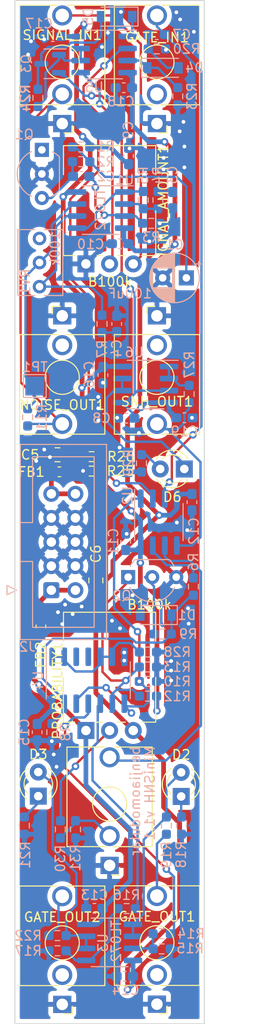
<source format=kicad_pcb>
(kicad_pcb (version 20211014) (generator pcbnew)
  (title_block (title "MiniSNH") (date "2023-06-07") (rev "V1.1") (company "benjiaomodular"))
  (layers (0 "F.Cu" signal) (31 "B.Cu" signal) (34 "B.Paste" user) (35 "F.Paste" user) (36 "B.SilkS" user "B.Silkscreen") (37 "F.SilkS" user "F.Silkscreen") (38 "B.Mask" user) (39 "F.Mask" user) (44 "Edge.Cuts" user))
  (net 0 "")
  (net 1 "GND")
  (net 2 "Net-(C1-Pad1)")
  (net 3 "Net-(C2-Pad1)")
  (net 4 "Net-(C2-Pad2)")
  (net 5 "Net-(C3-Pad2)")
  (net 6 "Net-(C4-Pad2)")
  (net 7 "+12V")
  (net 8 "-12V")
  (net 9 "Net-(D1-Pad1)")
  (net 10 "GATE_OUT1")
  (net 11 "Net-(D2-Pad1)")
  (net 12 "Net-(D3-Pad1)")
  (net 13 "Net-(D3-Pad2)")
  (net 14 "SNH_OUTPUT")
  (net 15 "NOISE_OUTPUT")
  (net 16 "GATE_OUT2")
  (net 17 "Net-(D6-Pad1)")
  (net 18 "Net-(FB1-Pad1)")
  (net 19 "GATE_IN")
  (net 20 "Net-(D2-Pad2)")
  (net 21 "Net-(FB2-Pad1)")
  (net 22 "Net-(D4-Pad1)")
  (net 24 "Net-(Q3-Pad1)")
  (net 25 "Net-(D6-Pad2)")
  (net 26 "VREF")
  (net 27 "Net-(R6-Pad1)")
  (net 28 "Net-(D5-Pad1)")
  (net 29 "Net-(D5-Pad2)")
  (net 30 "WHITE_NOISE")
  (net 34 "Net-(R4-Pad1)")
  (net 35 "Net-(R5-Pad1)")
  (net 36 "Net-(R14-Pad2)")
  (net 37 "Net-(PROB_IN1-PadT)")
  (net 38 "Net-(Q2-Pad2)")
  (net 39 "Net-(R7-Pad1)")
  (net 40 "Net-(R10-Pad2)")
  (net 41 "Net-(R16-Pad1)")
  (net 43 "Net-(R16-Pad2)")
  (net 44 "Net-(SIGNAL_AMOUNT1-Pad2)")
  (net 45 "Net-(R27-Pad1)")
  (net 46 "Net-(R28-Pad2)")
  (net 47 "Net-(PROBABILITY1-Pad2)")
  (net 49 "Net-(SIGNAL_AMOUNT1-Pad3)")
  (net 50 "Net-(Q2-Pad1)")
  (net 51 "Net-(R14-Pad1)")
  (net 54 "Net-(C8-Pad1)")
  (net 55 "Net-(C7-Pad2)")
  (net 57 "Net-(PROB_IN1-PadTN)")
  (footprint "Resistor_SMD:R_0603_1608Metric_Pad0.98x0.95mm_HandSolder" (layer "F.Cu") (at 143.1 111.725)
    (fp_text reference "R25")
    (fp_text value "33k")
  )
  (footprint "benjiaomodular:AudioJack_3.5mm" (layer "F.Cu") (at 150 95.35)
    (fp_text reference "SNH_OUT1")
    (fp_text value "PJ-3001F" hide)
  )
  (footprint "Capacitor_SMD:C_0805_2012Metric_Pad1.18x1.45mm_HandSolder" (layer "F.Cu") (at 139.5 110 180)
    (fp_text reference "C5")
    (fp_text value "47uF")
  )
  (footprint "LED_THT:LED_D3.0mm" (layer "F.Cu") (at 152.88875 111.5 180)
    (fp_text reference "D6")
    (fp_text value "LED_Dual_Bidirectional")
  )
  (footprint "benjiaomodular:AudioJack_3.5mm" (layer "F.Cu") (at 150 75.08 180)
    (fp_text reference "GATE_IN1")
    (fp_text value "PJ-3001F" hide)
  )
  (footprint "LED_THT:LED_D3.0mm" (layer "F.Cu") (at 137.47 145.995 90)
    (fp_text reference "D3")
    (fp_text value "LED")
  )
  (footprint "benjiaomodular:Potentiometer_RV09_NoBracket" (layer "F.Cu") (at 142.5 139.075 90)
    (fp_text reference "PROBABILITY1")
    (fp_text value "B100k")
  )
  (footprint "LED_THT:LED_D3.0mm" (layer "F.Cu") (at 152.56 146.03 90)
    (fp_text reference "D2")
    (fp_text value "LED")
  )
  (footprint "benjiaomodular:AudioJack_3.5mm" (layer "F.Cu") (at 145 153.3 180)
    (fp_text reference "PROB_IN1" hide)
    (fp_text value "PJ-3001F" hide)
  )
  (footprint "Capacitor_SMD:C_0603_1608Metric_Pad1.08x0.95mm_HandSolder" (layer "F.Cu") (at 139.7 111.8)
    (fp_text reference "FB1")
    (fp_text value "742792664")
  )
  (footprint "Capacitor_SMD:C_0805_2012Metric_Pad1.18x1.45mm_HandSolder" (layer "F.Cu") (at 143.55 123.25 -90)
    (fp_text reference "C6")
    (fp_text value "47uF")
  )
  (footprint "benjiaomodular:AudioJack_3.5mm" (layer "F.Cu") (at 140 167.95 180)
    (fp_text reference "GATE_OUT2")
    (fp_text value "PJ-3001F" hide)
  )
  (footprint "benjiaomodular:AudioJack_3.5mm" (layer "F.Cu") (at 140 75.08 180)
    (fp_text reference "SIGNAL_IN1")
    (fp_text value "PJ-3001F" hide)
  )
  (footprint "Resistor_SMD:R_0603_1608Metric_Pad0.98x0.95mm_HandSolder" (layer "F.Cu") (at 143.1 110.2 180)
    (fp_text reference "R26")
    (fp_text value "100k")
  )
  (footprint "benjiaomodular:AudioJack_3.5mm" (layer "F.Cu") (at 140 95.35)
    (fp_text reference "NOISE_OUT1")
    (fp_text value "PJ-3001F" hide)
  )
  (footprint "Capacitor_SMD:C_0603_1608Metric_Pad1.08x0.95mm_HandSolder" (layer "F.Cu") (at 137.75 128.1 -90)
    (fp_text reference "FB2")
    (fp_text value "742792664")
  )
  (footprint "benjiaomodular:Potentiometer_RV09_NoBracket" (layer "F.Cu") (at 142.5 89.875 90)
    (fp_text reference "SIGNAL_AMOUNT1")
    (fp_text value "B100k")
  )
  (footprint "benjiaomodular:AudioJack_3.5mm" (layer "F.Cu") (at 150 167.93 180)
    (fp_text reference "GATE_OUT1")
    (fp_text value "PJ-3001F" hide)
  )
  (footprint "Capacitor_SMD:C_0603_1608Metric_Pad1.08x0.95mm_HandSolder" (layer "B.Cu") (at 139 65.9)
    (fp_text reference "C17")
    (fp_text value "100nF")
  )
  (footprint "Capacitor_SMD:C_0603_1608Metric_Pad1.08x0.95mm_HandSolder" (layer "B.Cu") (at 145.75 96.2 -90)
    (fp_text reference "C4")
    (fp_text value "220nF")
  )
  (footprint "Resistor_SMD:R_0603_1608Metric_Pad0.98x0.95mm_HandSolder" (layer "B.Cu") (at 139.5 160.7 180)
    (fp_text reference "R22")
    (fp_text value "1k")
  )
  (footprint "Capacitor_SMD:C_0603_1608Metric_Pad1.08x0.95mm_HandSolder" (layer "B.Cu") (at 142 80.65)
    (fp_text reference "C2")
    (fp_text value "10nF")
  )
  (footprint "Resistor_SMD:R_0603_1608Metric_Pad0.98x0.95mm_HandSolder" (layer "B.Cu") (at 149.05 132.375 180)
    (fp_text reference "R13")
    (fp_text value "10k")
  )
  (footprint "Capacitor_SMD:C_0603_1608Metric_Pad1.08x0.95mm_HandSolder" (layer "B.Cu") (at 144.3 101.6 90)
    (fp_text reference "C16")
    (fp_text value "100nF")
  )
  (footprint "Package_SO:SOIC-8_3.9x4.9mm_P1.27mm" (layer "B.Cu") (at 144.05 84.2 180)
    (fp_text reference "U1")
    (fp_text value "TL072")
  )
  (footprint "Package_SO:SOIC-8_3.9x4.9mm_P1.27mm" (layer "B.Cu") (at 145 161.415 180)
    (fp_text reference "U3")
    (fp_text value "TL072")
  )
  (footprint "Resistor_SMD:R_0603_1608Metric_Pad0.98x0.95mm_HandSolder" (layer "B.Cu") (at 149.05 133.9 180)
    (fp_text reference "R10")
    (fp_text value "10k")
  )
  (footprint "Connector_IDC:IDC-Header_2x05_P2.54mm_Vertical" (layer "B.Cu") (at 138.8475 124.28)
    (fp_text reference "J2")
    (fp_text value "IDC_2x05")
  )
  (footprint "Capacitor_SMD:C_0603_1608Metric_Pad1.08x0.95mm_HandSolder" (layer "B.Cu") (at 146.7 119.175 -90)
    (fp_text reference "C11")
    (fp_text value "100nF")
  )
  (footprint "Resistor_SMD:R_0603_1608Metric_Pad0.98x0.95mm_HandSolder" (layer "B.Cu") (at 150.1 83.15 90)
    (fp_text reference "R4")
    (fp_text value "2.2k")
  )
  (footprint "Resistor_SMD:R_0603_1608Metric_Pad0.98x0.95mm_HandSolder" (layer "B.Cu") (at 150.51 162.1 180)
    (fp_text reference "R15")
    (fp_text value "10k")
  )
  (footprint "Package_SO:SOIC-14_3.9x8.7mm_P1.27mm" (layer "B.Cu") (at 142.75 133.775 -90)
    (fp_text reference "U4")
    (fp_text value "4081")
  )
  (footprint "Resistor_SMD:R_0603_1608Metric_Pad0.98x0.95mm_HandSolder" (layer "B.Cu") (at 152.2 72.2 -90)
    (fp_text reference "R23")
    (fp_text value "100k")
  )
  (footprint "Capacitor_SMD:C_0603_1608Metric_Pad1.08x0.95mm_HandSolder" (layer "B.Cu") (at 146.6 165 180)
    (fp_text reference "C14")
    (fp_text value "100nF")
  )
  (footprint "Diode_SMD:D_SOD-123" (layer "B.Cu") (at 145.75 63.8 180)
    (fp_text reference "D5")
    (fp_text value "1N4148W")
  )
  (footprint "Resistor_SMD:R_0603_1608Metric_Pad0.98x0.95mm_HandSolder" (layer "B.Cu") (at 138.9 139.25 90)
    (fp_text reference "R8")
    (fp_text value "10k")
  )
  (footprint "Resistor_SMD:R_0603_1608Metric_Pad0.98x0.95mm_HandSolder" (layer "B.Cu") (at 151 149.1 -90)
    (fp_text reference "R19")
    (fp_text value "1k")
  )
  (footprint "Resistor_SMD:R_0603_1608Metric_Pad0.98x0.95mm_HandSolder" (layer "B.Cu") (at 139.8 149.5 90)
    (fp_text reference "R30")
    (fp_text value "10k")
  )
  (footprint "Capacitor_SMD:C_0603_1608Metric_Pad1.08x0.95mm_HandSolder" (layer "B.Cu") (at 152.9 106.1)
    (fp_text reference "C19")
    (fp_text value "100nF")
  )
  (footprint "Diode_SMD:D_SOD-123" (layer "B.Cu") (at 149.9 126.9 180)
    (fp_text reference "D1")
    (fp_text value "1N4148W")
  )
  (footprint "Capacitor_SMD:C_0603_1608Metric_Pad1.08x0.95mm_HandSolder" (layer "B.Cu") (at 137.35 139.25 90)
    (fp_text reference "C15")
    (fp_text value "100nF")
  )
  (footprint "Package_TO_SOT_SMD:SOT-23" (layer "B.Cu") (at 138.725 68.775 180)
    (fp_text reference "Q3")
    (fp_text value "MMBFJ113")
  )
  (footprint "Capacitor_SMD:C_0603_1608Metric_Pad1.08x0.95mm_HandSolder" (layer "B.Cu") (at 151.65 83.15 90)
    (fp_text reference "C3")
    (fp_text value "220nF")
  )
  (footprint "benjiaomodular:Capacitor_Radial_D5.0mm_P2.5mm" (layer "B.Cu") (at 153.105113 91.35 180)
    (fp_text reference "C1")
    (fp_text value "100uF")
  )
  (footprint "Resistor_SMD:R_0603_1608Metric_Pad0.98x0.95mm_HandSolder" (layer "B.Cu") (at 153.4 103.6 -90)
    (fp_text reference "R27")
    (fp_text value "1k")
  )
  (footprint "Resistor_SMD:R_0603_1608Metric_Pad0.98x0.95mm_HandSolder" (layer "B.Cu") (at 142 79.1 180)
    (fp_text reference "R2")
    (fp_text value "100k")
  )
  (footprint "Package_SO:SOIC-8_3.9x4.9mm_P1.27mm" (layer "B.Cu") (at 144.425 67.8 180)
    (fp_text reference "U5")
    (fp_text value "TL072")
  )
  (footprint "Resistor_SMD:R_0603_1608Metric_Pad0.98x0.95mm_HandSolder" (layer "B.Cu") (at 150.5 160.5 180)
    (fp_text reference "R14")
    (fp_text value "10k")
  )
  (footprint "Resistor_SMD:R_0603_1608Metric_Pad0.98x0.95mm_HandSolder" (layer "B.Cu") (at 149.9875 67.2)
    (fp_text reference "R20")
    (fp_text value "100k")
  )
  (footprint "Resistor_SMD:R_0603_1608Metric_Pad0.98x0.95mm_HandSolder" (layer "B.Cu") (at 148.36375 110.9 90)
    (fp_text reference "R29")
    (fp_text value "1k")
  )
  (footprint "Resistor_SMD:R_0603_1608Metric_Pad0.98x0.95mm_HandSolder" (layer "B.Cu") (at 150.6 128.9)
    (fp_text reference "R9")
    (fp_text value "10k")
  )
  (footprint "Capacitor_SMD:C_0603_1608Metric_Pad1.08x0.95mm_HandSolder" (layer "B.Cu") (at 146.75 106.15 180)
    (fp_text reference "C8")
    (fp_text value "100nF")
  )
  (footprint "TestPoint:TestPoint_Pad_2.0x2.0mm" (layer "B.Cu") (at 137.1 102.75 180)
    (fp_text reference "TP1")
    (fp_text value "TP_10Vpp")
  )
  (footprint "Resistor_SMD:R_0603_1608Metric_Pad0.98x0.95mm_HandSolder" (layer "B.Cu") (at 148.55 83.15 -90)
    (fp_text reference "R5")
    (fp_text value "100k")
  )
  (footprint "Capacitor_SMD:C_0603_1608Metric_Pad1.08x0.95mm_HandSolder" (layer "B.Cu") (at 153.7 115 -90)
    (fp_text reference "C12")
    (fp_text value "100nF")
  )
  (footprint "Capacitor_SMD:C_0603_1608Metric_Pad1.08x0.95mm_HandSolder" (layer "B.Cu") (at 146.5 71.3 180)
    (fp_text reference "C18")
    (fp_text value "100nF")
  )
  (footprint "Resistor_SMD:R_0603_1608Metric_Pad0.98x0.95mm_HandSolder" (layer "B.Cu") (at 142 77.55 180)
    (fp_text reference "R1")
    (fp_text value "4.7k")
  )
  (footprint "Package_SO:SOIC-8_3.9x4.9mm_P1.27mm" (layer "B.Cu") (at 148.8 102.6 180)
    (fp_text reference "U6")
    (fp_text value "TL072")
  )
  (footprint "Resistor_SMD:R_0603_1608Metric_Pad0.98x0.95mm_HandSolder" (layer "B.Cu") (at 136 149.1 90)
    (fp_text reference "R21")
    (fp_text value "10k")
  )
  (footprint "Package_TO_SOT_THT:TO-92_Inline_Wide" (layer "B.Cu") (at 137.85 77.85 -90)
    (fp_text reference "Q1")
    (fp_text value "BC549")
  )
  (footprint "Resistor_SMD:R_0603_1608Metric_Pad0.98x0.95mm_HandSolder" (layer "B.Cu") (at 149.4 85.6)
    (fp_text reference "R3")
    (fp_text value "100k")
  )
  (footprint "Potentiometer_THT:Potentiometer_Bourns_3266Y_Vertical" (layer "B.Cu") (at 137.6 92.275 -90)
    (fp_text reference "RV1")
    (fp_text value "100k")
  )
  (footprint "Resistor_SMD:R_0603_1608Metric_Pad0.98x0.95mm_HandSolder" (layer "B.Cu") (at 144.2 96.2 -90)
    (fp_text reference "R7")
    (fp_text value "2.2k")
  )
  (footprint "Resistor_SMD:R_0603_1608Metric_Pad0.98x0.95mm_HandSolder" (layer "B.Cu") (at 146.8 157.85 180)
    (fp_text reference "R16")
    (fp_text value "10k")
  )
  (footprint "Capacitor_SMD:C_0603_1608Metric_Pad1.08x0.95mm_HandSolder" (layer "B.Cu") (at 146.1 87.75 180)
    (fp_text reference "C10")
    (fp_text value "100nF")
  )
  (footprint "Package_TO_SOT_THT:TO-92_Inline_Wide" (layer "B.Cu") (at 146.96 122.9)
    (fp_text reference "Q2")
    (fp_text value "BC549")
  )
  (footprint "Capacitor_SMD:C_0603_1608Metric_Pad1.08x0.95mm_HandSolder" (layer "B.Cu") (at 147 78.5 -90)
    (fp_text reference "C9")
    (fp_text value "100nF")
  )
  (footprint "Resistor_SMD:R_0603_1608Metric_Pad0.98x0.95mm_HandSolder" (layer "B.Cu") (at 139.5 162.3)
    (fp_text reference "R17")
    (fp_text value "10k")
  )
  (footprint "Resistor_SMD:R_0603_1608Metric_Pad0.98x0.95mm_HandSolder" (layer "B.Cu") (at 137.432 72.368 90)
    (fp_text reference "R24")
    (fp_text value "1M")
  )
  (footprint "Resistor_SMD:R_0603_1608Metric_Pad0.98x0.95mm_HandSolder" (layer "B.Cu") (at 141.4 149.5 -90)
    (fp_text reference "R31")
    (fp_text value "10k")
  )
  (footprint "Resistor_SMD:R_0603_1608Metric_Pad0.98x0.95mm_HandSolder" (layer "B.Cu") (at 149.05 130.8 180)
    (fp_text reference "R28")
    (fp_text value "10k")
  )
  (footprint "Resistor_SMD:R_0603_1608Metric_Pad0.98x0.95mm_HandSolder" (layer "B.Cu") (at 136.35 106.05 -90)
    (fp_text reference "R11")
    (fp_text value "1k")
  )
  (footprint "Resistor_SMD:R_0603_1608Metric_Pad0.98x0.95mm_HandSolder" (layer "B.Cu") (at 153.85 123.9 -90)
    (fp_text reference "R6")
    (fp_text value "1k")
  )
  (footprint "Diode_SMD:D_SOD-123" (layer "B.Cu") (at 150.625 69.2)
    (fp_text reference "D4")
    (fp_text value "1N4148W")
  )
  (footprint "Capacitor_SMD:C_0603_1608Metric_Pad1.08x0.95mm_HandSolder" (layer "B.Cu") (at 149.9875 65.7 180)
    (fp_text reference "C7")
    (fp_text value "10nF")
  )
  (footprint "Package_SO:SOIC-8_3.9x4.9mm_P1.27mm" (layer "B.Cu") (at 150.2 117.1 -90)
    (fp_text reference "U2")
    (fp_text value "TL072")
  )
  (footprint "Resistor_SMD:R_0603_1608Metric_Pad0.98x0.95mm_HandSolder" (layer "B.Cu") (at 152.6 149.1 90)
    (fp_text reference "R18")
    (fp_text value "10k")
  )
  (footprint "Resistor_SMD:R_0603_1608Metric_Pad0.98x0.95mm_HandSolder" (layer "B.Cu") (at 149.05 135.45)
    (fp_text reference "R12")
    (fp_text value "1k")
  )
  (footprint "Capacitor_SMD:C_0603_1608Metric_Pad1.08x0.95mm_HandSolder" (layer "B.Cu") (at 143.4 157.825)
    (fp_text reference "C13")
    (fp_text value "100nF")
  )
  (gr_line (start 155 62.1) (end 155 170) (layer "Edge.Cuts") (width 0.1))
  (gr_line (start 155 170) (end 135 170) (layer "Edge.Cuts") (width 0.1))
  (gr_line (start 135 170) (end 135 62.1) (layer "Edge.Cuts") (width 0.1))
  (gr_line (start 135 62.1) (end 155 62.1) (layer "Edge.Cuts") (width 0.1))
  (gr_text "MiniSNH v1.1" (at 149.25 145.7 90) (layer "B.SilkS") (effects (font (size 1 1)) (justify mirror)))
  (gr_text "benjiaomodular" (at 147.7 146.5 90) (layer "B.SilkS") (effects (font (size 1 1)) (justify mirror)))
  (via (at 146.55 130.85) (size 0.8) (drill 0.4) (layers "F.Cu" "B.Cu") (net 1))
  (via (at 140 127.85) (size 0.8) (drill 0.4) (layers "F.Cu" "B.Cu") (net 1))
  (via (at 153.2 117.95) (size 0.8) (drill 0.4) (layers "F.Cu" "B.Cu") (net 1))
  (via (at 152.4 75.9) (size 0.8) (drill 0.4) (layers "F.Cu" "B.Cu") (net 1))
  (via (at 150.4 87) (size 0.8) (drill 0.4) (layers "F.Cu" "B.Cu") (net 1))
  (via (at 151.5 132.75) (size 0.8) (drill 0.4) (layers "F.Cu" "B.Cu") (net 1))
  (via (at 142.2 111.7) (size 0.8) (drill 0.4) (layers "F.Cu" "B.Cu") (net 1))
  (via (at 143.8 106.4) (size 0.8) (drill 0.4) (layers "F.Cu" "B.Cu") (net 1))
  (via (at 150.7 78.7) (size 0.8) (drill 0.4) (layers "F.Cu" "B.Cu") (net 1))
  (via (at 138.7 110.25) (size 0.8) (drill 0.4) (layers "F.Cu" "B.Cu") (net 1))
  (via (at 139.1 141.6) (size 0.8) (drill 0.4) (layers "F.Cu" "B.Cu") (net 1))
  (via (at 143.8 105.1) (size 0.8) (drill 0.4) (layers "F.Cu" "B.Cu") (net 1))
  (via (at 138.9 140.2) (size 0.8) (drill 0.4) (layers "F.Cu" "B.Cu") (net 1))
  (via (at 137.4 141.6) (size 0.8) (drill 0.4) (layers "F.Cu" "B.Cu") (net 1))
  (via (at 147.2 76.4) (size 0.8) (drill 0.4) (layers "F.Cu" "B.Cu") (net 1))
  (via (at 146.0505 109.246135) (size 0.8) (drill 0.4) (layers "F.Cu" "B.Cu") (net 1))
  (via (at 147.429321 124.819401) (size 0.8) (drill 0.4) (layers "F.Cu" "B.Cu") (net 1))
  (via (at 151.5 133.8) (size 0.8) (drill 0.4) (layers "F.Cu" "B.Cu") (net 1))
  (via (at 141.1 126.8) (size 0.8) (drill 0.4) (layers "F.Cu" "B.Cu") (net 1))
  (via (at 139.4 142.9) (size 0.8) (drill 0.4) (layers "F.Cu" "B.Cu") (net 1))
  (via (at 150.95 67.3) (size 0.8) (drill 0.4) (layers "F.Cu" "B.Cu") (net 1))
  (via (at 142.05 126) (size 0.8) (drill 0.4) (layers "F.Cu" "B.Cu") (net 1))
  (via (at 146.55 131.7) (size 0.8) (drill 0.4) (layers "F.Cu" "B.Cu") (net 1))
  (via (at 146.8005 118.338363) (size 0.8) (drill 0.4) (layers "F.Cu" "B.Cu") (net 1))
  (via (at 144.2 67) (size 0.8) (drill 0.4) (layers "F.Cu" "B.Cu") (net 1))
  (via (at 152.1 117.15) (size 0.8) (drill 0.4) (layers "F.Cu" "B.Cu") (net 1))
  (via (at 150.3 85.6) (size 0.8) (drill 0.4) (layers "F.Cu" "B.Cu") (net 1))
  (via (at 152.9 77.5) (size 0.8) (drill 0.4) (layers "F.Cu" "B.Cu") (net 1))
  (via (at 150.7 79.9) (size 0.8) (drill 0.4) (layers "F.Cu" "B.Cu") (net 1))
  (via (at 143.8 103.9) (size 0.8) (drill 0.4) (layers "F.Cu" "B.Cu") (net 1))
  (via (at 152.9 79.7) (size 0.8) (drill 0.4) (layers "F.Cu" "B.Cu") (net 1))
  (via (at 144.3 102.4) (size 0.8) (drill 0.4) (layers "F.Cu" "B.Cu") (net 1))
  (via (at 136.4 67.8) (size 0.8) (drill 0.4) (layers "F.Cu" "B.Cu") (net 1))
  (via (at 144.8245 65.502473) (size 0.8) (drill 0.4) (layers "F.Cu" "B.Cu") (net 1))
  (via (at 140.3 125.8) (size 0.8) (drill 0.4) (layers "F.Cu" "B.Cu") (net 1))
  (via (at 149.2 87.5) (size 0.8) (drill 0.4) (layers "F.Cu" "B.Cu") (net 1))
  (via (at 151.5 131.75) (size 0.8) (drill 0.4) (layers "F.Cu" "B.Cu") (net 1))
  (via (at 153.348882 127.805446) (size 0.8) (drill 0.4) (layers "F.Cu" "B.Cu") (net 1))
  (via (at 138.1 109.45) (size 0.8) (drill 0.4) (layers "F.Cu" "B.Cu") (net 1))
  (via (at 145.25 127.5) (size 0.8) (drill 0.4) (layers "F.Cu" "B.Cu") (net 1))
  (via (at 152.05 63.35) (size 0.8) (drill 0.4) (layers "F.Cu" "B.Cu") (net 1))
  (via (at 136.7 66.4) (size 0.8) (drill 0.4) (layers "F.Cu" "B.Cu") (net 1))
  (via (at 153.7 106.1) (size 0.8) (drill 0.4) (layers "F.Cu" "B.Cu") (net 1))
  (via (at 138.1 66.2) (size 0.8) (drill 0.4) (layers "F.Cu" "B.Cu") (net 1))
  (via (at 137.25 110.65) (size 0.8) (drill 0.4) (layers "F.Cu" "B.Cu") (net 1))
  (via (at 145.8 106.1) (size 0.8) (drill 0.4) (layers "F.Cu" "B.Cu") (net 1))
  (via (at 153.9 65.4) (size 0.8) (drill 0.4) (layers "F.Cu" "B.Cu") (net 1))
  (via (at 146.2 63.3) (size 0.8) (drill 0.4) (layers "F.Cu" "B.Cu") (net 1))
  (via (at 146.1 128.3) (size 0.8) (drill 0.4) (layers "F.Cu" "B.Cu") (net 1))
  (via (at 152.8 74.9) (size 0.8) (drill 0.4) (layers "F.Cu" "B.Cu") (net 1))
  (via (at 147.1 77.7) (size 0.8) (drill 0.4) (layers "F.Cu" "B.Cu") (net 1))
  (via (at 153.287299 126.187299) (size 0.8) (drill 0.4) (layers "F.Cu" "B.Cu") (net 1))
  (via (at 152.45 64.1) (size 0.8) (drill 0.4) (layers "F.Cu" "B.Cu") (net 1))
  (via (at 139.55 126.6) (size 0.8) (drill 0.4) (layers "F.Cu" "B.Cu") (net 1))
  (via (at 148.100788 107.700588) (size 0.8) (drill 0.4) (layers "F.Cu" "B.Cu") (net 1))
  (segment (start 144.625 87.75) (end 142.5 89.875) (width 0.5) (layer "B.Cu") (net 1))
  (segment (start 145.2375 87.75) (end 144.625 87.75) (width 0.5) (layer "B.Cu") (net 1))
  (segment (start 141.0875 77.55) (end 141.3625 77.55) (width 0.25) (layer "B.Cu") (net 2))
  (segment (start 141.3625 77.55) (end 142.9125 79.1) (width 0.25) (layer "B.Cu") (net 2))
  (segment (start 153.1 91.344887) (end 153.105113 91.35) (width 0.25) (layer "B.Cu") (net 2))
  (segment (start 144.5125 80.7) (end 152.1 80.7) (width 0.25) (layer "B.Cu") (net 2))
  (segment (start 153.1 81.7) (end 153.1 91.344887) (width 0.25) (layer "B.Cu") (net 2))
  (segment (start 142.9125 79.1) (end 144.5125 80.7) (width 0.25) (layer "B.Cu") (net 2))
  (segment (start 152.1 80.7) (end 153.1 81.7) (width 0.25) (layer "B.Cu") (net 2))
  (segment (start 141.1375 80.65) (end 138.8575 82.93) (width 0.25) (layer "B.Cu") (net 3))
  (segment (start 138.8575 82.93) (end 137.85 82.93) (width 0.25) (layer "B.Cu") (net 3))
  (segment (start 141.0875 80.6) (end 141.1375 80.65) (width 0.25) (layer "B.Cu") (net 3))
  (segment (start 141.0875 79.1) (end 141.0875 80.6) (width 0.25) (layer "B.Cu") (net 3))
  (segment (start 143.5 81.8) (end 143.5 83.786511) (width 0.25) (layer "F.Cu") (net 4))
  (segment (start 143.5 83.786511) (end 144.4495 84.736011) (width 0.25) (layer "F.Cu") (net 4))
  (via (at 144.4495 84.736011) (size 0.8) (drill 0.4) (layers "F.Cu" "B.Cu") (net 4))
  (via (at 143.5 81.8) (size 0.8) (drill 0.4) (layers "F.Cu" "B.Cu") (net 4))
  (segment (start 143.5 81.2875) (end 142.8625 80.65) (width 0.25) (layer "B.Cu") (net 4))
  (segment (start 146.04926 84.736011) (end 144.4495 84.736011) (width 0.25) (layer "B.Cu") (net 4))
  (segment (start 147.7475 84.835) (end 148.55 85.6375) (width 0.25) (layer "B.Cu") (net 4))
  (segment (start 143.5 81.8) (end 143.5 81.2875) (width 0.25) (layer "B.Cu") (net 4))
  (segment (start 146.525 84.835) (end 146.148249 84.835) (width 0.25) (layer "B.Cu") (net 4))
  (segment (start 146.148249 84.835) (end 146.04926 84.736011) (width 0.25) (layer "B.Cu") (net 4))
  (segment (start 146.525 84.835) (end 147.7475 84.835) (width 0.25) (layer "B.Cu") (net 4))
  (segment (start 150.1 82.2375) (end 151.6 82.2375) (width 0.25) (layer "B.Cu") (net 5))
  (segment (start 151.6 82.2375) (end 151.65 82.2875) (width 0.25) (layer "B.Cu") (net 5))
  (segment (start 144.2 97.1125) (end 145.7 97.1125) (width 0.25) (layer "B.Cu") (net 6))
  (segment (start 142.5 139.075) (end 137.660939 134.235939) (width 0.5) (layer "F.Cu") (net 7))
  (segment (start 142.1 102.962) (end 142.0755 102.9375) (width 0.5) (layer "F.Cu") (net 7))
  (segment (start 141.515 75.815) (end 141.515 65.385) (width 0.5) (layer "F.Cu") (net 7))
  (segment (start 138.9375 108.4) (end 137.3 108.4) (width 0.5) (layer "F.Cu") (net 7))
  (segment (start 150 126.35) (end 148.25 124.6) (width 0.5) (layer "F.Cu") (net 7))
  (segment (start 140.5375 110) (end 141.9875 110) (width 0.5) (layer "F.Cu") (net 7))
  (segment (start 140.5375 110) (end 138.9375 108.4) (width 0.5) (layer "F.Cu") (net 7))
  (segment (start 140.1 82.8) (end 142.95 79.95) (width 0.5) (layer "F.Cu") (net 7))
  (segment (start 141.9875 110) (end 142.1875 110.2) (width 0.5) (layer "F.Cu") (net 7))
  (segment (start 142.95 77.25) (end 142.15 76.45) (width 0.5) (layer "F.Cu") (net 7))
  (segment (start 142.1 102.913) (end 142.0755 102.9375) (width 0.5) (layer "F.Cu") (net 7))
  (segment (start 140.5375 110) (end 140.5375 111.775) (width 0.5) (layer "F.Cu") (net 7))
  (segment (start 141.515 65.385) (end 142.3 64.6) (width 0.5) (layer "F.Cu") (net 7))
  (segment (start 142.1 110.1125) (end 142.1 102.962) (width 0.5) (layer "F.Cu") (net 7))
  (segment (start 147.275 115.925) (end 147.3 115.925) (width 0.5) (layer "F.Cu") (net 7))
  (segment (start 150 137) (end 150 126.35) (width 0.5) (layer "F.Cu") (net 7))
  (segment (start 148.25 124.6) (end 148.25 121.4) (width 0.5) (layer "F.Cu") (net 7))
  (segment (start 142.95 79.95) (end 142.95 77.25) (width 0.5) (layer "F.Cu") (net 7))
  (segment (start 140.1 91.462468) (end 142.1 93.462468) (width 0.5) (layer "F.Cu") (net 7))
  (segment (start 144.15 112.8) (end 147.275 115.925) (width 0.5) (layer "F.Cu") (net 7))
  (segment (start 136.3 109.4) (end 136.3 132.987848) (width 0.5) (layer "F.Cu") (net 7))
  (segment (start 140.5625 111.8) (end 141.5625 112.8) (width 0.5) (layer "F.Cu") (net 7))
  (segment (start 141.5625 112.8) (end 144.15 112.8) (width 0.5) (layer "F.Cu") (net 7))
  (segment (start 137.660939 134.235939) (end 137.548091 134.235939) (width 0.5) (layer "F.Cu") (net 7))
  (segment (start 142.1875 110.2) (end 142.1 110.1125) (width 0.5) (layer "F.Cu") (net 7))
  (segment (start 140.5375 111.775) (end 140.5625 111.8) (width 0.5) (layer "F.Cu") (net 7))
  (segment (start 142.1 93.462468) (end 142.1 102.913) (width 0.5) (layer "F.Cu") (net 7))
  (segment (start 142.15 76.45) (end 141.515 75.815) (width 0.5) (layer "F.Cu") (net 7))
  (segment (start 140.1 82.8) (end 140.1 91.462468) (width 0.5) (layer "F.Cu") (net 7))
  (segment (start 137.3 108.4) (end 136.3 109.4) (width 0.5) (layer "F.Cu") (net 7))
  (segment (start 136.3 132.987848) (end 137.548091 134.235939) (width 0.5) (layer "F.Cu") (net 7))
  (via (at 148.25 121.4) (size 0.8) (drill 0.4) (layers "F.Cu" "B.Cu") (net 7))
  (via (at 142.15 76.45) (size 0.8) (drill 0.4) (layers "F.Cu" "B.Cu") (net 7))
  (via (at 147.3 115.925) (size 0.8) (drill 0.4) (layers "F.Cu" "B.Cu") (net 7))
  (via (at 137.548091 134.235939) (size 0.8) (drill 0.4) (layers "F.Cu" "B.Cu") (net 7))
  (via (at 142.3 64.6) (size 0.8) (drill 0.4) (layers "F.Cu" "B.Cu") (net 7))
  (via (at 150 137) (size 0.8) (drill 0.4) (layers "F.Cu" "B.Cu") (net 7))
  (via (at 140.1 82.8) (size 0.8) (drill 0.4) (layers "F.Cu" "B.Cu") (net 7))
  (via (at 142.0755 102.9375) (size 0.8) (drill 0.4) (layers "F.Cu" "B.Cu") (net 7))
  (segment (start 147.8325 120.0375) (end 148.275 119.595) (width 0.5) (layer "B.Cu") (net 7))
  (segment (start 142.5 139.075) (end 142.5 144.85) (width 0.5) (layer "B.Cu") (net 7))
  (segment (start 138.94 136.25) (end 137.548091 134.858091) (width 0.5) (layer "B.Cu") (net 7))
  (segment (start 142.9125 77.2125) (end 142.15 76.45) (width 0.5) (layer "B.Cu") (net 7))
  (segment (start 138.94 136.7975) (end 137.35 138.3875) (width 0.5) (layer "B.Cu") (net 7))
  (segment (start 146.8625 79.3625) (end 147 79.3625) (width 0.5) (layer "B.Cu") (net 7))
  (segment (start 146.7 120.0375) (end 147.8325 120.0375) (width 0.5) (layer "B.Cu") (net 7))
  (segment (start 139.8675 65.895) (end 141.95 65.895) (width 0.5) (layer "B.Cu") (net 7))
  (segment (start 147.2 154.8875) (end 144.2625 157.825) (width 0.5) (layer "B.Cu") (net 7))
  (segment (start 144.3 100.7375) (end 142.1 102.9375) (width 0.5) (layer "B.Cu") (net 7))
  (segment (start 142.5 144.85) (end 147.2 149.55) (width 0.5) (layer "B.Cu") (net 7))
  (segment (start 149.9625 136.9625) (end 150 137) (width 0.5) (layer "B.Cu") (net 7))
  (segment (start 138.94 136.25) (end 138.94 136.7975) (width 0.5) (layer "B.Cu") (net 7))
  (segment (start 147.2 149.55) (end 147.2 154.8875) (width 0.5) (layer "B.Cu") (net 7))
  (segment (start 148.25 121.4) (end 148.25 119.62) (width 0.5) (layer "B.Cu") (net 7))
  (segment (start 140.605 82.295) (end 141.575 82.295) (width 0.5) (layer "B.Cu") (net 7))
  (segment (start 142.1 102.9375) (end 142.0755 102.9375) (width 0.5) (layer "B.Cu") (net 7))
  (segment (start 140.1 82.8) (end 140.605 82.295) (width 0.5) (layer "B.Cu") (net 7))
  (segment (start 149.9625 135.45) (end 149.9625 136.9625) (width 0.5) (layer "B.Cu") (net 7))
  (segment (start 148.275 119.595) (end 148.275 116.9) (width 0.5) (layer "B.Cu") (net 7))
  (segment (start 142.9125 77.55) (end 145.05 77.55) (width 0.5) (layer "B.Cu") (net 7))
  (segment (start 144.2625 158.9375) (end 144.2625 157.825) (width 0.5) (layer "B.Cu") (net 7))
  (segment (start 148.25 119.62) (end 148.295 119.575) (width 0.5) (layer "B.Cu") (net 7))
  (segment (start 147.8325 120.0375) (end 148.295 119.575) (width 0.5) (layer "B.Cu") (net 7))
  (segment (start 143.69 159.51) (end 142.525 159.51) (width 0.5) (layer "B.Cu") (net 7))
  (segment (start 144.3425 100.695) (end 144.3 100.7375) (width 0.5) (layer "B.Cu") (net 7))
  (segment (start 142.9125 77.55) (end 142.9125 77.2125) (width 0.5) (layer "B.Cu") (net 7))
  (segment (start 139.8625 65.9) (end 139.8675 65.895) (width 0.5) (layer "B.Cu") (net 7))
  (segment (start 137.548091 134.858091) (end 137.548091 134.235939) (width 0.5) (layer "B.Cu") (net 7))
  (segment (start 146.325 100.695) (end 144.3425 100.695) (width 0.5) (layer "B.Cu") (net 7))
  (segment (start 144.2625 158.9375) (end 143.69 159.51) (width 0.5) (layer "B.Cu") (net 7))
  (segment (start 142.3 65.545) (end 141.95 65.895) (width 0.5) (layer "B.Cu") (net 7))
  (segment (start 142.3 64.6) (end 142.3 65.545) (width 0.5) (layer "B.Cu") (net 7))
  (segment (start 148.275 116.9) (end 147.3 115.925) (width 0.5) (layer "B.Cu") (net 7))
  (segment (start 145.05 77.55) (end 146.8625 79.3625) (width 0.5) (layer "B.Cu") (net 7))
  (segment (start 151.9 78.1) (end 150.8 77) (width 0.5) (layer "F.Cu") (net 8))
  (segment (start 146.9 164) (end 146.9 166.4) (width 0.5) (layer "F.Cu") (net 8))
  (segment (start 152.4 148.85) (end 152.4 158.5) (width 0.5) (layer "F.Cu") (net 8))
  (segment (start 143.55 126.15) (end 143.55 124.2875) (width 0.5) (layer "F.Cu") (net 8))
  (segment (start 145.35 121.2) (end 150.175 116.375) (width 0.5) (layer "F.Cu") (net 8))
  (segment (start 143.55 135.125) (end 147.5 139.075) (width 0.5) (layer "F.Cu") (net 8))
  (segment (start 137.75 128.9625) (end 140.7375 128.9625) (width 0.5) (layer "F.Cu") (net 8))
  (segment (start 146.9 106.4) (end 148.3 105) (width 0.5) (layer "F.Cu") (net 8))
  (segment (start 150.7 147.15) (end 152.4 148.85) (width 0.5) (layer "F.Cu") (net 8))
  (segment (start 148.2 91.5) (end 148.2 104.9) (width 0.5) (layer "F.Cu") (net 8))
  (segment (start 147.5 139.075) (end 150.7 142.275) (width 0.5) (layer "F.Cu") (net 8))
  (segment (start 140.7375 128.9625) (end 143.55 126.15) (width 0.5) (layer "F.Cu") (net 8))
  (segment (start 152.4 158.5) (end 146.9 164) (width 0.5) (layer "F.Cu") (net 8))
  (segment (start 150.7 142.275) (end 150.7 147.15) (width 0.5) (layer "F.Cu") (net 8))
  (segment (start 143.55 124.2875) (end 145.35 122.4875) (width 0.5) (layer "F.Cu") (net 8))
  (segment (start 151.9 87.8) (end 148.2 91.5) (width 0.5) (layer "F.Cu") (net 8))
  (segment (start 151.9 87.8) (end 151.9 78.1) (width 0.5) (layer "F.Cu") (net 8))
  (segment (start 150.175 116.375) (end 150.225 116.375) (width 0.5) (layer "F.Cu") (net 8))
  (segment (start 150.225 116.375) (end 146.9 113.05) (width 0.5) (layer "F.Cu") (net 8))
  (segment (start 146.9 113.05) (end 146.9 106.4) (width 0.5) (layer "F.Cu") (net 8))
  (segment (start 148.2 104.9) (end 148.3 105) (width 0.5) (layer "F.Cu") (net 8))
  (segment (start 143.55 124.2875) (end 143.55 135.125) (width 0.5) (layer "F.Cu") (net 8))
  (segment (start 145.35 122.4875) (end 145.35 121.2) (width 0.5) (layer "F.Cu") (net 8))
  (via (at 150.225 116.375) (size 0.8) (drill 0.4) (layers "F.Cu" "B.Cu") (net 8))
  (via (at 148.3 105) (size 0.8) (drill 0.4) (layers "F.Cu" "B.Cu") (net 8))
  (via (at 146.9 166.4) (size 0.8) (drill 0.4) (layers "F.Cu" "B.Cu") (net 8))
  (via (at 150.8 77) (size 0.8) (drill 0.4) (layers "F.Cu" "B.Cu") (net 8))
  (via (at 151.9 87.8) (size 0.8) (drill 0.4) (layers "F.Cu" "B.Cu") (net 8))
  (segment (start 153.7 114.1375) (end 152.5925 114.1375) (width 0.5) (layer "B.Cu") (net 8))
  (segment (start 152.105 114.625) (end 152.105 115.695) (width 0.5) (layer "B.Cu") (net 8))
  (segment (start 151.275 104.505) (end 148.795 104.505) (width 0.5) (layer "B.Cu") (net 8))
  (segment (start 147.4 75.26) (end 149.14 77) (width 0.5) (layer "B.Cu") (net 8))
  (segment (start 152.5925 114.1375) (end 152.105 114.625) (width 0.5) (layer "B.Cu") (net 8))
  (segment (start 146.9 69.705) (end 147.4 70.205) (width 0.5) (layer "B.Cu") (net 8))
  (segment (start 146.525 86.105) (end 146.525 87.3125) (width 0.5) (layer "B.Cu") (net 8))
  (segment (start 147.475 163.32) (end 147.475 164.9875) (width 0.5) (layer "B.Cu") (net 8))
  (segment (start 152.105 115.695) (end 151.425 116.375) (width 0.5) (layer "B.Cu") (net 8))
  (segment (start 151.275 104.505) (end 151.275 105.3375) (width 0.5) (layer "B.Cu") (net 8))
  (segment (start 147.475 164.9875) (end 147.4625 165) (width 0.5) (layer "B.Cu") (net 8))
  (segment (start 149.14 77) (end 150.8 77) (width 0.5) (layer "B.Cu") (net 8))
  (segment (start 151.425 116.375) (end 150.225 116.375) (width 0.5) (layer "B.Cu") (net 8))
  (segment (start 146.9625 87.75) (end 147.7125 88.5) (width 0.5) (layer "B.Cu") (net 8))
  (segment (start 147.7125 88.5) (end 151.2 88.5) (width 0.5) (layer "B.Cu") (net 8))
  (segment (start 146.525 87.3125) (end 146.9625 87.75) (width 0.5) (layer "B.Cu") (net 8))
  (segment (start 148.795 104.505) (end 148.3 105) (width 0.5) (layer "B.Cu") (net 8))
  (segment (start 151.2 88.5) (end 151.9 87.8) (width 0.5) (layer "B.Cu") (net 8))
  (segment (start 151.275 105.3375) (end 152.0375 106.1) (width 0.5) (layer "B.Cu") (net 8))
  (segment (start 147.4625 165.8375) (end 146.9 166.4) (width 0.5) (layer "B.Cu") (net 8))
  (segment (start 147.4 70.205) (end 147.4 75.26) (width 0.5) (layer "B.Cu") (net 8))
  (segment (start 147.4625 165) (end 147.4625 165.8375) (width 0.5) (layer "B.Cu") (net 8))
  (segment (start 139 129.4) (end 147.37319 129.4) (width 0.25) (layer "B.Cu") (net 9))
  (segment (start 153.85 124.8125) (end 153.6375 124.8125) (width 0.25) (layer "B.Cu") (net 9))
  (segment (start 140.21 137.0275) (end 138.9 138.3375) (width 0.25) (layer "B.Cu") (net 9))
  (segment (start 153.6375 124.8125) (end 151.55 126.9) (width 0.25) (layer "B.Cu") (net 9))
  (segment (start 137.95 133.613249) (end 137.95 130.45) (width 0.25) (layer "B.Cu") (net 9))
  (segment (start 140.21 135.873249) (end 137.95 133.613249) (width 0.25) (layer "B.Cu") (net 9))
  (segment (start 147.37319 129.4) (end 147.77319 129.8) (width 0.25) (layer "B.Cu") (net 9))
  (segment (start 147.77319 129.8) (end 150.6125 129.8) (width 0.25) (layer "B.Cu") (net 9))
  (segment (start 150.6125 129.8) (end 151.5125 128.9) (width 0.25) (layer "B.Cu") (net 9))
  (segment (start 151.55 128.8625) (end 151.5125 128.9) (width 0.25) (layer "B.Cu") (net 9))
  (segment (start 140.21 136.25) (end 140.21 135.873249) (width 0.25) (layer "B.Cu") (net 9))
  (segment (start 151.55 126.9) (end 151.55 128.8625) (width 0.25) (layer "B.Cu") (net 9))
  (segment (start 140.21 136.25) (end 140.21 137.0275) (width 0.25) (layer "B.Cu") (net 9))
  (segment (start 137.95 130.45) (end 139 129.4) (width 0.25) (layer "B.Cu") (net 9))
  (segment (start 150 151.0125) (end 150 156.53) (width 0.25) (layer "B.Cu") (net 10))
  (segment (start 151 150.0125) (end 150 151.0125) (width 0.25) (layer "B.Cu") (net 10))
  (segment (start 152.56 148.1475) (end 152.6 148.1875) (width 0.25) (layer "B.Cu") (net 11))
  (segment (start 152.56 146.03) (end 152.56 148.1475) (width 0.25) (layer "B.Cu") (net 11))
  (segment (start 137.47 146.7175) (end 136 148.1875) (width 0.25) (layer "B.Cu") (net 12))
  (segment (start 137.47 145.995) (end 137.47 146.7175) (width 0.25) (layer "B.Cu") (net 12))
  (segment (start 139 151.584243) (end 141.5 154.084243) (width 0.25) (layer "B.Cu") (net 13))
  (segment (start 137.47 143.455) (end 139 144.6) (width 0.25) (layer "B.Cu") (net 13))
  (segment (start 141.5 154.084243) (end 141.5 157.5) (width 0.25) (layer "B.Cu") (net 13))
  (segment (start 140.4125 158.6125) (end 140.4125 160.7) (width 0.25) (layer "B.Cu") (net 13))
  (segment (start 140.4125 160.7) (end 142.445 160.7) (width 0.25) (layer "B.Cu") (net 13))
  (segment (start 139 144.6) (end 139 151.584243) (width 0.25) (layer "B.Cu") (net 13))
  (segment (start 142.445 160.7) (end 142.525 160.78) (width 0.25) (layer "B.Cu") (net 13))
  (segment (start 142.525 160.78) (end 142.525 162.05) (width 0.25) (layer "B.Cu") (net 13))
  (segment (start 140.4 158.6) (end 140.4125 158.6125) (width 0.25) (layer "B.Cu") (net 13))
  (segment (start 141.5 157.5) (end 140.4 158.6) (width 0.25) (layer "B.Cu") (net 13))
  (segment (start 153.725 119.575) (end 152.105 119.575) (width 0.25) (layer "B.Cu") (net 14))
  (segment (start 154.6 118.7) (end 153.725 119.575) (width 0.25) (layer "B.Cu") (net 14))
  (segment (start 153.4 104.5125) (end 153.4 105.129505) (width 0.25) (layer "B.Cu") (net 14))
  (segment (start 152.9 105.629505) (end 152.9 106.6) (width 0.25) (layer "B.Cu") (net 14))
  (segment (start 151.13875 107.3) (end 154.6 110.76125) (width 0.25) (layer "B.Cu") (net 14))
  (segment (start 154.6 110.76125) (end 154.6 118.7) (width 0.25) (layer "B.Cu") (net 14))
  (segment (start 150.55 107.3) (end 151.13875 107.3) (width 0.25) (layer "B.Cu") (net 14))
  (segment (start 150.55 107.3) (end 150 106.75) (width 0.25) (layer "B.Cu") (net 14))
  (segment (start 152.9 106.6) (end 152.2 107.3) (width 0.25) (layer "B.Cu") (net 14))
  (segment (start 153.4 105.129505) (end 152.9 105.629505) (width 0.25) (layer "B.Cu") (net 14))
  (segment (start 152.2 107.3) (end 150.55 107.3) (width 0.25) (layer "B.Cu") (net 14))
  (segment (start 140 71.98) (end 139.67 71.98) (width 0.25) (layer "F.Cu") (net 15))
  (segment (start 135.6 76.05) (end 135.6 102.35) (width 0.25) (layer "F.Cu") (net 15))
  (segment (start 135.6 102.35) (end 140 106.75) (width 0.25) (layer "F.Cu") (net 15))
  (segment (start 139.67 71.98) (end 135.6 76.05) (width 0.25) (layer "F.Cu") (net 15))
  (segment (start 136.35 106.9625) (end 136.5625 106.75) (width 0.25) (layer "B.Cu") (net 15))
  (segment (start 136.5625 106.75) (end 140 106.75) (width 0.25) (layer "B.Cu") (net 15))
  (segment (start 140 156.55) (end 139.6 156.95) (width 0.25) (layer "B.Cu") (net 16))
  (segment (start 139.6 156.95) (end 139.6 159.6875) (width 0.25) (layer "B.Cu") (net 16))
  (segment (start 139.6 159.6875) (end 138.5875 160.7) (width 0.25) (layer "B.Cu") (net 16))
  (segment (start 144.7 104) (end 144.7 106.517935) (width 0.25) (layer "B.Cu") (net 17))
  (segment (start 146.325 103.235) (end 145.465 103.235) (width 0.25) (layer "B.Cu") (net 17))
  (segment (start 150.500428 108.625428) (end 153.375 111.5) (width 0.25) (layer "B.Cu") (net 17))
  (segment (start 145.465 103.235) (end 144.7 104) (width 0.25) (layer "B.Cu") (net 17))
  (segment (start 146.807493 108.625428) (end 150.500428 108.625428) (width 0.25) (layer "B.Cu") (net 17))
  (segment (start 146.325 101.965) (end 146.325 103.235) (width 0.25) (layer "B.Cu") (net 17))
  (segment (start 144.7 106.517935) (end 146.807493 108.625428) (width 0.25) (layer "B.Cu") (net 17))
  (segment (start 141.3875 114.12) (end 138.8475 114.12) (width 0.5) (layer "F.Cu") (net 18))
  (segment (start 138.8475 114.12) (end 138.8475 111.81) (width 0.5) (layer "F.Cu") (net 18))
  (segment (start 138.8475 111.81) (end 138.8375 111.8) (width 0.5) (layer "F.Cu") (net 18))
  (segment (start 151.57375 112.62625) (end 151.57375 110.12625) (width 0.25) (layer "F.Cu") (net 19))
  (segment (start 151.57375 110.12625) (end 153.8 107.9) (width 0.25) (layer "F.Cu") (net 19))
  (segment (start 151.325 112.875) (end 151.57375 112.62625) (width 0.25) (layer "F.Cu") (net 19))
  (via (at 151.325 112.875) (size 0.8) (drill 0.4) (layers "F.Cu" "B.Cu") (net 19))
  (via (at 153.8 107.9) (size 0.8) (drill 0.4) (layers "F.Cu" "B.Cu") (net 19))
  (segment (start 150 64.85) (end 150.85 65.7) (width 0.25) (layer "B.Cu") (net 19))
  (segment (start 154.7 69.55) (end 154.7 107) (width 0.25) (layer "B.Cu") (net 19))
  (segment (start 150.85 65.7) (end 154.7 69.55) (width 0.25) (layer "B.Cu") (net 19))
  (segment (start 150 63.68) (end 150 64.85) (width 0.25) (layer "B.Cu") (net 19))
  (segment (start 150.835 113.365) (end 151.325 112.875) (width 0.25) (layer "B.Cu") (net 19))
  (segment (start 154.7 107) (end 153.8 107.9) (width 0.25) (layer "B.Cu") (net 19))
  (segment (start 150.835 114.625) (end 150.835 113.365) (width 0.25) (layer "B.Cu") (net 19))
  (segment (start 151 148.1875) (end 148.6 150.5875) (width 0.25) (layer "B.Cu") (net 20))
  (segment (start 148.6 158.3925) (end 147.4825 159.51) (width 0.25) (layer "B.Cu") (net 20))
  (segment (start 147.475 159.51) (end 147.475 160.78) (width 0.25) (layer "B.Cu") (net 20))
  (segment (start 151 148.1875) (end 151 145.05) (width 0.25) (layer "B.Cu") (net 20))
  (segment (start 147.4825 159.51) (end 147.475 159.51) (width 0.25) (layer "B.Cu") (net 20))
  (segment (start 151 145.05) (end 152.56 143.49) (width 0.25) (layer "B.Cu") (net 20))
  (segment (start 148.6 150.5875) (end 148.6 158.3925) (width 0.25) (layer "B.Cu") (net 20))
  (segment (start 137.75 127.2375) (end 137.75 125.3775) (width 0.5) (layer "F.Cu") (net 21))
  (segment (start 141.3875 124.28) (end 138.8475 124.28) (width 0.5) (layer "F.Cu") (net 21))
  (segment (start 137.75 125.3775) (end 138.8475 124.28) (width 0.5) (layer "F.Cu") (net 21))
  (segment (start 146.9 68.435) (end 148.21 68.435) (width 0.25) (layer "B.Cu") (net 22))
  (segment (start 150.0875 69.2) (end 152.1375 71.25) (width 0.25) (layer "B.Cu") (net 22))
  (segment (start 148.975 69.2) (end 150.0875 69.2) (width 0.25) (layer "B.Cu") (net 22))
  (segment (start 148.21 68.435) (end 148.975 69.2) (width 0.25) (layer "B.Cu") (net 22))
  (segment (start 141.95 67.165) (end 141.95 68.435) (width 0.25) (layer "B.Cu") (net 24))
  (segment (start 141.95 68.435) (end 140.2725 68.435) (width 0.25) (layer "B.Cu") (net 24))
  (segment (start 138.232 72.4805) (end 137.432 73.2805) (width 0.25) (layer "B.Cu") (net 24))
  (segment (start 140.2725 68.435) (end 139.6625 67.825) (width 0.25) (layer "B.Cu") (net 24))
  (segment (start 138.232 69.739751) (end 138.232 72.4805) (width 0.25) (layer "B.Cu") (net 24))
  (segment (start 139.6625 68.309251) (end 138.232 69.739751) (width 0.25) (layer "B.Cu") (net 24))
  (segment (start 139.6625 67.825) (end 139.6625 68.309251) (width 0.25) (layer "B.Cu") (net 24))
  (segment (start 148.83625 109.9875) (end 150.34875 111.5) (width 0.25) (layer "B.Cu") (net 25))
  (segment (start 148.36375 109.9875) (end 148.83625 109.9875) (width 0.25) (layer "B.Cu") (net 25))
  (segment (start 144.475 111.725) (end 145.7255 112.9755) (width 0.25) (layer "F.Cu") (net 26))
  (segment (start 143.8 74.05) (end 142.25 72.5) (width 0.25) (layer "F.Cu") (net 26))
  (segment (start 140.85 83.05) (end 143.8 80.1) (width 0.25) (layer "F.Cu") (net 26))
  (segment (start 142.8 108.9875) (end 142.8 93.35) (width 0.25) (layer "F.Cu") (net 26))
  (segment (start 140.85 91.4) (end 140.85 83.05) (width 0.25) (layer "F.Cu") (net 26))
  (segment (start 145.7255 112.9755) (end 145.7255 113) (width 0.25) (layer "F.Cu") (net 26))
  (segment (start 143.8 80.1) (end 143.8 74.05) (width 0.25) (layer "F.Cu") (net 26))
  (segment (start 142.25 72.5) (end 142.25 71.15) (width 0.25) (layer "F.Cu") (net 26))
  (segment (start 142.8 93.35) (end 140.85 91.4) (width 0.25) (layer "F.Cu") (net 26))
  (segment (start 144.0125 110.2) (end 144.0125 111.725) (width 0.25) (layer "F.Cu") (net 26))
  (segment (start 144.0125 110.2) (end 142.8 108.9875) (width 0.25) (layer "F.Cu") (net 26))
  (segment (start 144.0125 111.725) (end 144.475 111.725) (width 0.25) (layer "F.Cu") (net 26))
  (segment (start 142.25 71.15) (end 144.4 69) (width 0.25) (layer "F.Cu") (net 26))
  (via (at 144.4 69) (size 0.8) (drill 0.4) (layers "F.Cu" "B.Cu") (net 26))
  (via (at 145.7255 113) (size 0.8) (drill 0.4) (layers "F.Cu" "B.Cu") (net 26))
  (segment (start 149.565 114.625) (end 149.565 114.248249) (width 0.25) (layer "B.Cu") (net 26))
  (segment (start 148.316751 113) (end 145.7255 113) (width 0.25) (layer "B.Cu") (net 26))
  (segment (start 146.235 67.165) (end 146.9 67.165) (width 0.25) (layer "B.Cu") (net 26))
  (segment (start 144.4 69) (end 146.235 67.165) (width 0.25) (layer "B.Cu") (net 26))
  (segment (start 149.565 114.248249) (end 148.316751 113) (width 0.25) (layer "B.Cu") (net 26))
  (segment (start 153.85 122.16069) (end 153.85 122.9875) (width 0.25) (layer "B.Cu") (net 27))
  (segment (start 153.338811 121.649501) (end 153.85 122.16069) (width 0.25) (layer "B.Cu") (net 27))
  (segment (start 149.565 120.158375) (end 151.056126 121.649501) (width 0.25) (layer "B.Cu") (net 27))
  (segment (start 149.565 119.575) (end 149.565 120.158375) (width 0.25) (layer "B.Cu") (net 27))
  (segment (start 151.056126 121.649501) (end 153.338811 121.649501) (width 0.25) (layer "B.Cu") (net 27))
  (segment (start 147.4 63.8) (end 147.4 65.395) (width 0.25) (layer "B.Cu") (net 28))
  (segment (start 147.4 65.395) (end 146.9 65.895) (width 0.25) (layer "B.Cu") (net 28))
  (segment (start 140.468249 67) (end 140.928249 66.54) (width 0.25) (layer "B.Cu") (net 29))
  (segment (start 137.7875 68.775) (end 137.432 69.1305) (width 0.25) (layer "B.Cu") (net 29))
  (segment (start 137.432 69.1305) (end 137.432 71.4555) (width 0.25) (layer "B.Cu") (net 29))
  (segment (start 137.7875 68.775) (end 137.7875 67.7125) (width 0.25) (layer "B.Cu") (net 29))
  (segment (start 137.7875 67.7125) (end 138.5 67) (width 0.25) (layer "B.Cu") (net 29))
  (segment (start 138.5 67) (end 140.468249 67) (width 0.25) (layer "B.Cu") (net 29))
  (segment (start 144.1 65.9) (end 144.1 63.8) (width 0.25) (layer "B.Cu") (net 29))
  (segment (start 140.928249 66.54) (end 143.46 66.54) (width 0.25) (layer "B.Cu") (net 29))
  (segment (start 143.46 66.54) (end 144.1 65.9) (width 0.25) (layer "B.Cu") (net 29))
  (segment (start 136.125499 101.775499) (end 137.1 102.75) (width 0.25) (layer "B.Cu") (net 30))
  (segment (start 136.125499 91.209501) (end 136.125499 101.775499) (width 0.25) (layer "B.Cu") (net 30))
  (segment (start 137.1 104.3875) (end 136.35 105.1375) (width 0.25) (layer "B.Cu") (net 30))
  (segment (start 137.1 102.75) (end 137.1 104.3875) (width 0.25) (layer "B.Cu") (net 30))
  (segment (start 141.575 83.565) (end 141.09931 83.565) (width 0.25) (layer "B.Cu") (net 30))
  (segment (start 141.09931 83.565) (end 138.900499 85.763811) (width 0.25) (layer "B.Cu") (net 30))
  (segment (start 138.900499 88.434501) (end 136.125499 91.209501) (width 0.25) (layer "B.Cu") (net 30))
  (segment (start 138.900499 85.763811) (end 138.900499 88.434501) (width 0.25) (layer "B.Cu") (net 30))
  (segment (start 146.525 83.565) (end 148.0525 83.565) (width 0.25) (layer "B.Cu") (net 34))
  (segment (start 148.0525 83.565) (end 148.55 84.0625) (width 0.25) (layer "B.Cu") (net 34))
  (segment (start 150.1 84.0625) (end 148.55 84.0625) (width 0.25) (layer "B.Cu") (net 34))
  (segment (start 148.55 82.2375) (end 146.5825 82.2375) (width 0.25) (layer "B.Cu") (net 35))
  (segment (start 146.525 82.295) (end 145.755902 82.295) (width 0.25) (layer "B.Cu") (net 35))
  (segment (start 142.645902 86.105) (end 141.575 86.105) (width 0.25) (layer "B.Cu") (net 35))
  (segment (start 143.551 84.499902) (end 143.551 85.199902) (width 0.25) (layer "B.Cu") (net 35))
  (segment (start 146.5825 82.2375) (end 146.525 82.295) (width 0.25) (layer "B.Cu") (net 35))
  (segment (start 143.551 85.199902) (end 142.645902 86.105) (width 0.25) (layer "B.Cu") (net 35))
  (segment (start 145.755902 82.295) (end 143.551 84.499902) (width 0.25) (layer "B.Cu") (net 35))
  (segment (start 149.5875 162.09) (end 149.5975 162.1) (width 0.25) (layer "B.Cu") (net 36))
  (segment (start 149.5475 162.05) (end 149.5975 162.1) (width 0.25) (layer "B.Cu") (net 36))
  (segment (start 149.5875 160.5) (end 149.5875 162.09) (width 0.25) (layer "B.Cu") (net 36))
  (segment (start 147.475 162.05) (end 149.5475 162.05) (width 0.25) (layer "B.Cu") (net 36))
  (segment (start 150.835 120.735) (end 150.835 119.575) (width 0.25) (layer "B.Cu") (net 37))
  (segment (start 145 141.9) (end 145.35 142.25) (width 0.25) (layer "B.Cu") (net 37))
  (segment (start 154.65 138.55) (end 154.65 122.325) (width 0.25) (layer "B.Cu") (net 37))
  (segment (start 153.525 121.2) (end 151.3 121.2) (width 0.25) (layer "B.Cu") (net 37))
  (segment (start 150.95 142.25) (end 154.65 138.55) (width 0.25) (layer "B.Cu") (net 37))
  (segment (start 151.3 121.2) (end 150.835 120.735) (width 0.25) (layer "B.Cu") (net 37))
  (segment (start 154.65 122.325) (end 153.525 121.2) (width 0.25) (layer "B.Cu") (net 37))
  (segment (start 145.35 142.25) (end 150.95 142.25) (width 0.25) (layer "B.Cu") (net 37))
  (segment (start 149.6875 123.8625) (end 148.725 122.9) (width 0.25) (layer "B.Cu") (net 38))
  (segment (start 149.6875 128.9) (end 149.6875 123.8625) (width 0.25) (layer "B.Cu") (net 38))
  (segment (start 140.465 84.835) (end 141.575 84.835) (width 0.25) (layer "B.Cu") (net 39))
  (segment (start 144.2 95.2875) (end 144.2 93.4) (width 0.25) (layer "B.Cu") (net 39))
  (segment (start 144.2 93.4) (end 143.075 92.275) (width 0.25) (layer "B.Cu") (net 39))
  (segment (start 137.6 92.275) (end 139.35 90.525) (width 0.25) (layer "B.Cu") (net 39))
  (segment (start 139.35 90.525) (end 139.35 85.95) (width 0.25) (layer "B.Cu") (net 39))
  (segment (start 143.075 92.275) (end 137.6 92.275) (width 0.25) (layer "B.Cu") (net 39))
  (segment (start 139.35 85.95) (end 140.465 84.835) (width 0.25) (layer "B.Cu") (net 39))
  (segment (start 144.63 134.56) (end 147.3 137.23) (width 0.25) (layer "F.Cu") (net 40))
  (segment (start 148.14375 128.84375) (end 148.14375 133.89375) (width 0.25) (layer "F.Cu") (net 40))
  (segment (start 147.95 128.65) (end 148.14375 128.84375) (width 0.25) (layer "F.Cu") (net 40))
  (segment (start 147.3 137.23) (end 147.31 137.23) (width 0.25) (layer "F.Cu") (net 40))
  (via (at 147.95 128.65) (size 0.8) (drill 0.4) (layers "F.Cu" "B.Cu") (net 40))
  (via (at 148.14375 133.89375) (size 0.8) (drill 0.4) (layers "F.Cu" "B.Cu") (net 40))
  (via (at 144.63 134.56) (size 0.8) (drill 0.4) (layers "F.Cu" "B.Cu") (net 40))
  (via (at 147.31 137.23) (size 0.8) (drill 0.4) (layers "F.Cu" "B.Cu") (net 40))
  (segment (start 146.84 136.53) (end 146.56 136.25) (width 0.25) (layer "B.Cu") (net 40))
  (segment (start 146.56 136.48) (end 147.31 137.23) (width 0.25) (layer "B.Cu") (net 40))
  (segment (start 148.61 136.53) (end 146.84 136.53) (width 0.25) (layer "B.Cu") (net 40))
  (segment (start 147.55 114.625) (end 148.295 114.625) (width 0.25) (layer "B.Cu") (net 40))
  (segment (start 145.475 116.7) (end 147.55 114.625) (width 0.25) (layer "B.Cu") (net 40))
  (segment (start 148.1375 133.9) (end 148.14375 133.89375) (width 0.25) (layer "B.Cu") (net 40))
  (segment (start 148.1375 133.9) (end 149.04 134.8025) (width 0.25) (layer "B.Cu") (net 40))
  (segment (start 149.04 134.8025) (end 149.04 136.1) (width 0.25) (layer "B.Cu") (net 40))
  (segment (start 145.475 126.175) (end 145.475 116.7) (width 0.25) (layer "B.Cu") (net 40))
  (segment (start 141.48 136.25) (end 141.48 135.873249) (width 0.25) (layer "B.Cu") (net 40))
  (segment (start 141.48 135.873249) (end 142.793249 134.56) (width 0.25) (layer "B.Cu") (net 40))
  (segment (start 149.04 136.1) (end 148.61 136.53) (width 0.25) (layer "B.Cu") (net 40))
  (segment (start 147.95 128.65) (end 145.475 126.175) (width 0.25) (layer "B.Cu") (net 40))
  (segment (start 142.793249 134.56) (end 144.63 134.56) (width 0.25) (layer "B.Cu") (net 40))
  (segment (start 146.56 136.25) (end 146.56 136.48) (width 0.25) (layer "B.Cu") (net 40))
  (segment (start 143.2 140.85) (end 143.2 144.35) (width 0.25) (layer "B.Cu") (net 41))
  (segment (start 143.2 144.35) (end 147.95 149.1) (width 0.25) (layer "B.Cu") (net 41))
  (segment (start 143.75 140.3) (end 143.2 140.85) (width 0.25) (layer "B.Cu") (net 41))
  (segment (start 147.95 149.1) (end 147.95 157.6125) (width 0.25) (layer "B.Cu") (net 41))
  (segment (start 143.75 136.52) (end 143.75 140.3) (width 0.25) (layer "B.Cu") (net 41))
  (segment (start 144.02 136.25) (end 143.75 136.52) (width 0.25) (layer "B.Cu") (net 41))
  (segment (start 147.95 157.6125) (end 147.7125 157.85) (width 0.25) (layer "B.Cu") (net 41))
  (segment (start 145 158.8375) (end 145 161.221751) (width 0.25) (layer "B.Cu") (net 43))
  (segment (start 141.4325 163.32) (end 142.525 163.32) (width 0.25) (layer "B.Cu") (net 43))
  (segment (start 142.901751 163.32) (end 142.525 163.32) (width 0.25) (layer "B.Cu") (net 43))
  (segment (start 145 161.221751) (end 142.901751 163.32) (width 0.25) (layer "B.Cu") (net 43))
  (segment (start 145.9875 157.85) (end 145 158.8375) (width 0.25) (layer "B.Cu") (net 43))
  (segment (start 140.4125 162.3) (end 141.4325 163.32) (width 0.25) (layer "B.Cu") (net 43))
  (segment (start 145.3 74.35) (end 143.95 73) (width 0.25) (layer "F.Cu") (net 44))
  (segment (start 145.3 89.575) (end 145.3 74.35) (width 0.25) (layer "F.Cu") (net 44))
  (segment (start 145 89.875) (end 145.3 89.575) (width 0.25) (layer "F.Cu") (net 44))
  (via (at 143.95 73) (size 0.8) (drill 0.4) (layers "F.Cu" "B.Cu") (net 44))
  (segment (start 141.95 69.705) (end 142.055 69.705) (width 0.25) (layer "B.Cu") (net 44))
  (segment (start 143.95 71.6) (end 143.95 73) (width 0.25) (layer "B.Cu") (net 44))
  (segment (start 142.055 69.705) (end 143.95 71.6) (width 0.25) (layer "B.Cu") (net 44))
  (segment (start 151.665 101.965) (end 152.3875 102.6875) (width 0.25) (layer "B.Cu") (net 45))
  (segment (start 152.3875 102.6875) (end 153.4 102.6875) (width 0.25) (layer "B.Cu") (net 45))
  (segment (start 151.275 100.695) (end 151.275 101.965) (width 0.25) (layer "B.Cu") (net 45))
  (segment (start 151.275 101.965) (end 151.665 101.965) (width 0.25) (layer "B.Cu") (net 45))
  (segment (start 143.24 132.85) (end 144.02 132.07) (width 0.25) (layer "B.Cu") (net 46))
  (segment (start 140.21 131.3) (end 138.94 131.3) (width 0.25) (layer "B.Cu") (net 46))
  (segment (start 141.383249 132.85) (end 143.24 132.85) (width 0.25) (layer "B.Cu") (net 46))
  (segment (start 147.187001 129.849501) (end 148.1375 130.8) (width 0.25) (layer "B.Cu") (net 46))
  (segment (start 144.02 132.07) (end 144.02 131.3) (width 0.25) (layer "B.Cu") (net 46))
  (segment (start 145.950499 129.849501) (end 147.187001 129.849501) (width 0.25) (layer "B.Cu") (net 46))
  (segment (start 140.21 131.3) (end 140.21 131.676751) (width 0.25) (layer "B.Cu") (net 46))
  (segment (start 145.29 130.51) (end 145.950499 129.849501) (width 0.25) (layer "B.Cu") (net 46))
  (segment (start 145.29 131.3) (end 144.02 131.3) (width 0.25) (layer "B.Cu") (net 46))
  (segment (start 145.29 131.3) (end 145.29 130.51) (width 0.25) (layer "B.Cu") (net 46))
  (segment (start 140.21 131.676751) (end 141.383249 132.85) (width 0.25) (layer "B.Cu") (net 46))
  (segment (start 141.4 142.675) (end 141.4 142.85) (width 0.25) (layer "F.Cu") (net 47))
  (segment (start 145 139.075) (end 141.4 142.675) (width 0.25) (layer "F.Cu") (net 47))
  (via (at 141.4 142.85) (size 0.8) (drill 0.4) (layers "F.Cu" "B.Cu") (net 47))
  (segment (start 139.85 144.4) (end 141.4 142.85) (width 0.25) (layer "B.Cu") (net 47))
  (segment (start 139.85 148.5375) (end 139.8 148.5875) (width 0.25) (layer "B.Cu") (net 47))
  (segment (start 139.85 144.4) (end 139.85 148.5375) (width 0.25) (layer "B.Cu") (net 47))
  (segment (start 148.3 66.7) (end 145.28 63.68) (width 0.25) (layer "F.Cu") (net 49))
  (segment (start 147.5 89.875) (end 148.3 89.075) (width 0.25) (layer "F.Cu") (net 49))
  (segment (start 148.3 89.075) (end 148.3 66.7) (width 0.25) (layer "F.Cu") (net 49))
  (segment (start 145.28 63.68) (end 140 63.68) (width 0.25) (layer "F.Cu") (net 49))
  (segment (start 146.96 123.39) (end 146.96 122.9) (width 0.25) (layer "F.Cu") (net 50))
  (segment (start 144.25 132.9) (end 144.25 126.1) (width 0.25) (layer "F.Cu") (net 50))
  (segment (start 144.25 126.1) (end 146.96 123.39) (width 0.25) (layer "F.Cu") (net 50))
  (segment (start 145.15625 133.80625) (end 144.25 132.9) (width 0.25) (layer "F.Cu") (net 50))
  (segment (start 146.70625 133.80625) (end 145.15625 133.80625) (width 0.25) (layer "F.Cu") (net 50))
  (via (at 146.70625 133.80625) (size 0.8) (drill 0.4) (layers "F.Cu" "B.Cu") (net 50))
  (segment (start 145.29 135.2225) (end 145.29 136.25) (width 0.25) (layer "B.Cu") (net 50))
  (segment (start 148.1375 135.45) (end 147.4775 134.79) (width 0.25) (layer "B.Cu") (net 50))
  (segment (start 145.77 134.79) (end 145.75 134.77) (width 0.25) (layer "B.Cu") (net 50))
  (segment (start 146.70625 133.80625) (end 145.29 135.2225) (width 0.25) (layer "B.Cu") (net 50))
  (segment (start 148.1375 132.375) (end 146.70625 133.80625) (width 0.25) (layer "B.Cu") (net 50))
  (segment (start 147.4775 134.79) (end 145.77 134.79) (width 0.25) (layer "B.Cu") (net 50))
  (segment (start 151 153.7) (end 140.3 143) (width 0.25) (layer "F.Cu") (net 51))
  (segment (start 140.3 143) (end 140.3 138.599998) (width 0.25) (layer "F.Cu") (net 51))
  (via (at 151 153.7) (size 0.8) (drill 0.4) (layers "F.Cu" "B.Cu") (net 51))
  (via (at 140.3 138.599998) (size 0.8) (drill 0.4) (layers "F.Cu" "B.Cu") (net 51))
  (segment (start 142.35 137.7) (end 141.2 137.7) (width 0.25) (layer "B.Cu") (net 51))
  (segment (start 141.2 137.7) (end 140.3 138.599998) (width 0.25) (layer "B.Cu") (net 51))
  (segment (start 151.8 154.5) (end 151 153.7) (width 0.25) (layer "B.Cu") (net 51))
  (segment (start 142.75 137.3) (end 142.35 137.7) (width 0.25) (layer "B.Cu") (net 51))
  (segment (start 142.75 136.25) (end 142.75 137.3) (width 0.25) (layer "B.Cu") (net 51))
  (segment (start 151.8 160.1125) (end 151.8 154.5) (width 0.25) (layer "B.Cu") (net 51))
  (segment (start 151.4125 160.5) (end 151.8 160.1125) (width 0.25) (layer "B.Cu") (net 51))
  (segment (start 144.15 72.15) (end 143.1 72.15) (width 0.25) (layer "F.Cu") (net 54))
  (segment (start 146.275 74.275) (end 144.15 72.15) (width 0.25) (layer "F.Cu") (net 54))
  (segment (start 146.275 91.575) (end 146.275 74.275) (width 0.25) (layer "F.Cu") (net 54))
  (segment (start 147.2 92.5) (end 146.275 91.575) (width 0.25) (layer "F.Cu") (net 54))
  (via (at 143.1 72.15) (size 0.8) (drill 0.4) (layers "F.Cu" "B.Cu") (net 54))
  (via (at 147.2 92.5) (size 0.8) (drill 0.4) (layers "F.Cu" "B.Cu") (net 54))
  (segment (start 146.701751 104.505) (end 147.65 103.556751) (width 0.25) (layer "B.Cu") (net 54))
  (segment (start 147.625 103.581751) (end 146.701751 104.505) (width 0.25) (layer "B.Cu") (net 54))
  (segment (start 147.6125 106.15) (end 147.6125 105.7925) (width 0.25) (layer "B.Cu") (net 54))
  (segment (start 142.4 72.15) (end 143.1 72.15) (width 0.25) (layer "B.Cu") (net 54))
  (segment (start 146.325 104.505) (end 146.701751 104.505) (width 0.25) (layer "B.Cu") (net 54))
  (segment (start 151.275 103.235) (end 147.965 103.235) (width 0.25) (layer "B.Cu") (net 54))
  (segment (start 140.301751 70.051751) (end 142.4 72.15) (width 0.25) (layer "B.Cu") (net 54))
  (segment (start 139.6625 69.725) (end 139.989251 70.051751) (width 0.25) (layer "B.Cu") (net 54))
  (segment (start 147.965 103.235) (end 147.625 103.575) (width 0.25) (layer "B.Cu") (net 54))
  (segment (start 147.6125 105.7925) (end 146.325 104.505) (width 0.25) (layer "B.Cu") (net 54))
  (segment (start 139.989251 70.051751) (end 140.301751 70.051751) (width 0.25) (layer "B.Cu") (net 54))
  (segment (start 147.625 103.575) (end 147.625 103.581751) (width 0.25) (layer "B.Cu") (net 54))
  (segment (start 147.65 103.556751) (end 147.65 92.95) (width 0.25) (layer "B.Cu") (net 54))
  (segment (start 147.65 92.95) (end 147.2 92.5) (width 0.25) (layer "B.Cu") (net 54))
  (segment (start 149.075 67.2) (end 151.075 69.2) (width 0.25) (layer "B.Cu") (net 55))
  (segment (start 151.075 69.2) (end 152.275 69.2) (width 0.25) (layer "B.Cu") (net 55))
  (segment (start 149.125 65.7) (end 149.125 67.3375) (width 0.25) (layer "B.Cu") (net 55))
  (segment (start 141.4 148.5875) (end 143.4 148.5875) (width 0.25) (layer "B.Cu") (net 57))
  (segment (start 141.4 148.8125) (end 139.8 150.4125) (width 0.25) (layer "B.Cu") (net 57))
  (segment (start 143.3875 148.5875) (end 145 150.2) (width 0.25) (layer "B.Cu") (net 57))
  (zone (net 1) (net_name "GND") (layer "F.Cu") (connect_pads (clearance 0.508)) (min_thickness 0.254) (fill yes (thermal_gap 0.508) (thermal_bridge_width 0.508))
    (polygon (pts (xy 154.5 169.5) (xy 135.5 169.5) (xy 135.5 62.5) (xy 154.5 62.5)))
  )
  (zone (net 1) (net_name "GND") (layer "B.Cu") (connect_pads (clearance 0.508)) (min_thickness 0.254) (fill yes (thermal_gap 0.508) (thermal_bridge_width 0.508))
    (polygon (pts (xy 154.5 169.5) (xy 135.5 169.5) (xy 135.5 62.5) (xy 154.5 62.5)))
  )
)
</source>
